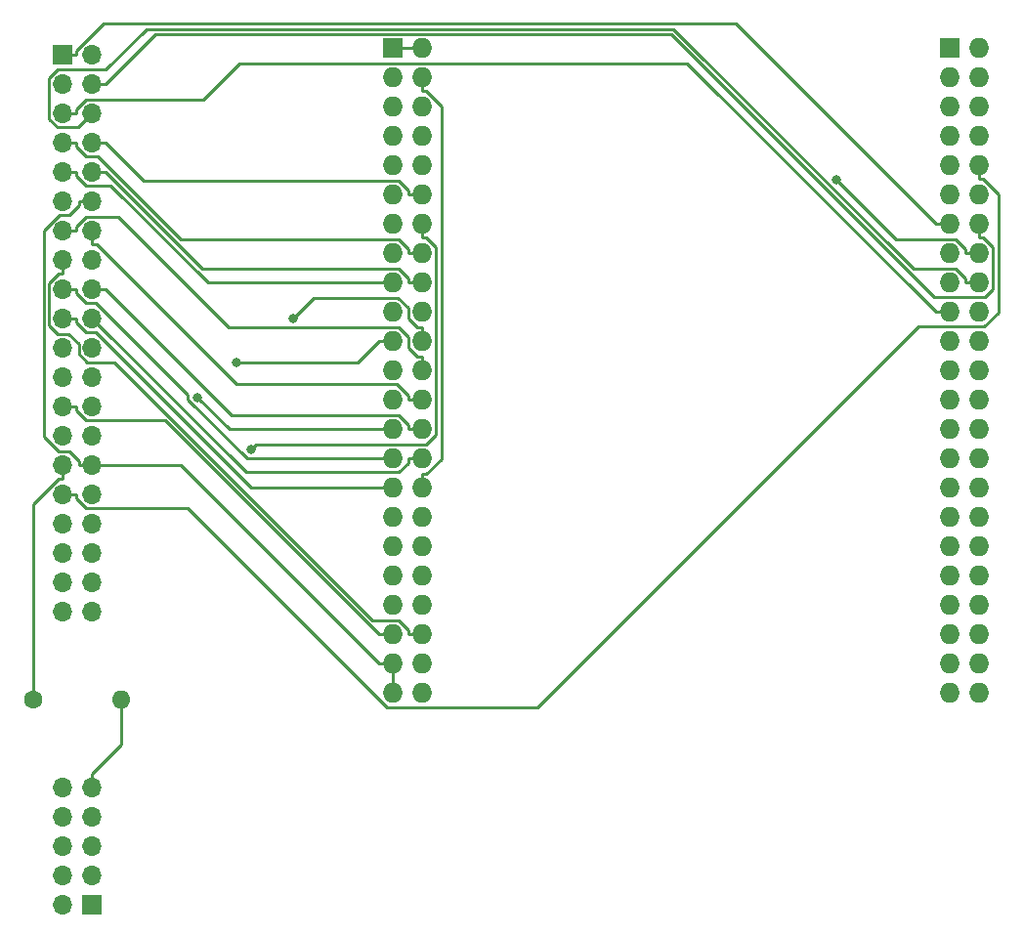
<source format=gbl>
G04 #@! TF.GenerationSoftware,KiCad,Pcbnew,5.0.2-bee76a0~70~ubuntu18.04.1*
G04 #@! TF.CreationDate,2019-04-18T20:00:00+02:00*
G04 #@! TF.ProjectId,Cramps2_nano-soc,4372616d-7073-4325-9f6e-616e6f2d736f,rev?*
G04 #@! TF.SameCoordinates,Original*
G04 #@! TF.FileFunction,Copper,L2,Bot*
G04 #@! TF.FilePolarity,Positive*
%FSLAX46Y46*%
G04 Gerber Fmt 4.6, Leading zero omitted, Abs format (unit mm)*
G04 Created by KiCad (PCBNEW 5.0.2-bee76a0~70~ubuntu18.04.1) date 2019-04-18T20:00:00 CEST*
%MOMM*%
%LPD*%
G01*
G04 APERTURE LIST*
G04 #@! TA.AperFunction,ComponentPad*
%ADD10O,1.727200X1.727200*%
G04 #@! TD*
G04 #@! TA.AperFunction,ComponentPad*
%ADD11R,1.727200X1.727200*%
G04 #@! TD*
G04 #@! TA.AperFunction,ComponentPad*
%ADD12R,1.700000X1.700000*%
G04 #@! TD*
G04 #@! TA.AperFunction,ComponentPad*
%ADD13O,1.700000X1.700000*%
G04 #@! TD*
G04 #@! TA.AperFunction,ComponentPad*
%ADD14C,1.600000*%
G04 #@! TD*
G04 #@! TA.AperFunction,ComponentPad*
%ADD15O,1.600000X1.600000*%
G04 #@! TD*
G04 #@! TA.AperFunction,ViaPad*
%ADD16C,0.800000*%
G04 #@! TD*
G04 #@! TA.AperFunction,Conductor*
%ADD17C,0.250000*%
G04 #@! TD*
G04 APERTURE END LIST*
D10*
G04 #@! TO.P,P9,46*
G04 #@! TO.N,DGND*
X122540000Y-123880000D03*
G04 #@! TO.P,P9,45*
X120000000Y-123880000D03*
G04 #@! TO.P,P9,44*
X122540000Y-121340000D03*
G04 #@! TO.P,P9,43*
X120000000Y-121340000D03*
G04 #@! TO.P,P9,42*
G04 #@! TO.N,STEP_U*
X122540000Y-118800000D03*
G04 #@! TO.P,P9,41*
G04 #@! TO.N,FET5*
X120000000Y-118800000D03*
G04 #@! TO.P,P9,40*
G04 #@! TO.N,AIN1*
X122540000Y-116260000D03*
G04 #@! TO.P,P9,39*
G04 #@! TO.N,AIN0*
X120000000Y-116260000D03*
G04 #@! TO.P,P9,38*
G04 #@! TO.N,AIN3*
X122540000Y-113720000D03*
G04 #@! TO.P,P9,37*
G04 #@! TO.N,AIN2*
X120000000Y-113720000D03*
G04 #@! TO.P,P9,36*
G04 #@! TO.N,THERM1*
X122540000Y-111180000D03*
G04 #@! TO.P,P9,35*
G04 #@! TO.N,THERM2*
X120000000Y-111180000D03*
G04 #@! TO.P,P9,34*
G04 #@! TO.N,ADC_GND*
X122540000Y-108640000D03*
G04 #@! TO.P,P9,33*
G04 #@! TO.N,THERM0*
X120000000Y-108640000D03*
G04 #@! TO.P,P9,32*
G04 #@! TO.N,ADC_VDD*
X122540000Y-106100000D03*
G04 #@! TO.P,P9,31*
G04 #@! TO.N,STEP_W*
X120000000Y-106100000D03*
G04 #@! TO.P,P9,30*
G04 #@! TO.N,DIR_W*
X122540000Y-103560000D03*
G04 #@! TO.P,P9,29*
G04 #@! TO.N,STEP_V*
X120000000Y-103560000D03*
G04 #@! TO.P,P9,28*
G04 #@! TO.N,DIR_V*
X122540000Y-101020000D03*
G04 #@! TO.P,P9,27*
G04 #@! TO.N,FET3*
X120000000Y-101020000D03*
G04 #@! TO.P,P9,26*
G04 #@! TO.N,E2_DIR*
X122540000Y-98480000D03*
G04 #@! TO.P,P9,25*
G04 #@! TO.N,LED*
X120000000Y-98480000D03*
G04 #@! TO.P,P9,24*
G04 #@! TO.N,E2_STEP*
X122540000Y-95940000D03*
G04 #@! TO.P,P9,23*
G04 #@! TO.N,MACHINE_PWR*
X120000000Y-95940000D03*
G04 #@! TO.P,P9,22*
G04 #@! TO.N,FET6*
X122540000Y-93400000D03*
G04 #@! TO.P,P9,21*
G04 #@! TO.N,FET4*
X120000000Y-93400000D03*
G04 #@! TO.P,P9,20*
G04 #@! TO.N,SDA*
X122540000Y-90860000D03*
G04 #@! TO.P,P9,19*
G04 #@! TO.N,Net-(P9-Pad19)*
X120000000Y-90860000D03*
G04 #@! TO.P,P9,18*
G04 #@! TO.N,E1_DIR*
X122540000Y-88320000D03*
G04 #@! TO.P,P9,17*
G04 #@! TO.N,E1_STEP*
X120000000Y-88320000D03*
G04 #@! TO.P,P9,16*
G04 #@! TO.N,E0_STEP*
X122540000Y-85780000D03*
G04 #@! TO.P,P9,15*
G04 #@! TO.N,FET2*
X120000000Y-85780000D03*
G04 #@! TO.P,P9,14*
G04 #@! TO.N,AXIS_ENAn*
X122540000Y-83240000D03*
G04 #@! TO.P,P9,13*
G04 #@! TO.N,Z-MIN*
X120000000Y-83240000D03*
G04 #@! TO.P,P9,12*
G04 #@! TO.N,E0_DIR*
X122540000Y-80700000D03*
G04 #@! TO.P,P9,11*
G04 #@! TO.N,Z-MAX*
X120000000Y-80700000D03*
G04 #@! TO.P,P9,10*
G04 #@! TO.N,Net-(P9-Pad10)*
X122540000Y-78160000D03*
G04 #@! TO.P,P9,9*
G04 #@! TO.N,Net-(P9-Pad9)*
X120000000Y-78160000D03*
G04 #@! TO.P,P9,8*
G04 #@! TO.N,SYS_5V*
X122540000Y-75620000D03*
G04 #@! TO.P,P9,7*
X120000000Y-75620000D03*
G04 #@! TO.P,P9,6*
X122540000Y-73080000D03*
G04 #@! TO.P,P9,5*
X120000000Y-73080000D03*
G04 #@! TO.P,P9,4*
G04 #@! TO.N,ADC_VDD*
X122540000Y-70540000D03*
G04 #@! TO.P,P9,3*
X120000000Y-70540000D03*
G04 #@! TO.P,P9,2*
G04 #@! TO.N,DGND*
X122540000Y-68000000D03*
D11*
G04 #@! TO.P,P9,1*
X120000000Y-68000000D03*
G04 #@! TD*
D10*
G04 #@! TO.P,P8,46*
G04 #@! TO.N,Net-(P8-Pad46)*
X170800000Y-123880000D03*
G04 #@! TO.P,P8,45*
G04 #@! TO.N,Net-(P8-Pad45)*
X168260000Y-123880000D03*
G04 #@! TO.P,P8,44*
G04 #@! TO.N,Net-(P8-Pad44)*
X170800000Y-121340000D03*
G04 #@! TO.P,P8,43*
G04 #@! TO.N,Net-(P8-Pad43)*
X168260000Y-121340000D03*
G04 #@! TO.P,P8,42*
G04 #@! TO.N,Net-(P8-Pad42)*
X170800000Y-118800000D03*
G04 #@! TO.P,P8,41*
G04 #@! TO.N,Net-(P8-Pad41)*
X168260000Y-118800000D03*
G04 #@! TO.P,P8,40*
G04 #@! TO.N,Net-(P8-Pad40)*
X170800000Y-116260000D03*
G04 #@! TO.P,P8,39*
G04 #@! TO.N,Net-(P8-Pad39)*
X168260000Y-116260000D03*
G04 #@! TO.P,P8,38*
G04 #@! TO.N,Net-(P8-Pad38)*
X170800000Y-113720000D03*
G04 #@! TO.P,P8,37*
G04 #@! TO.N,Net-(P8-Pad37)*
X168260000Y-113720000D03*
G04 #@! TO.P,P8,36*
G04 #@! TO.N,Net-(P8-Pad36)*
X170800000Y-111180000D03*
G04 #@! TO.P,P8,35*
G04 #@! TO.N,Net-(P8-Pad35)*
X168260000Y-111180000D03*
G04 #@! TO.P,P8,34*
G04 #@! TO.N,Net-(P8-Pad34)*
X170800000Y-108640000D03*
G04 #@! TO.P,P8,33*
G04 #@! TO.N,Net-(P8-Pad33)*
X168260000Y-108640000D03*
G04 #@! TO.P,P8,32*
G04 #@! TO.N,Net-(P8-Pad32)*
X170800000Y-106100000D03*
G04 #@! TO.P,P8,31*
G04 #@! TO.N,Net-(P8-Pad31)*
X168260000Y-106100000D03*
G04 #@! TO.P,P8,30*
G04 #@! TO.N,Net-(P8-Pad30)*
X170800000Y-103560000D03*
G04 #@! TO.P,P8,29*
G04 #@! TO.N,Net-(P8-Pad29)*
X168260000Y-103560000D03*
G04 #@! TO.P,P8,28*
G04 #@! TO.N,Net-(P8-Pad28)*
X170800000Y-101020000D03*
G04 #@! TO.P,P8,27*
G04 #@! TO.N,Net-(P8-Pad27)*
X168260000Y-101020000D03*
G04 #@! TO.P,P8,26*
G04 #@! TO.N,ESTOP_SW*
X170800000Y-98480000D03*
G04 #@! TO.P,P8,25*
G04 #@! TO.N,Net-(P8-Pad25)*
X168260000Y-98480000D03*
G04 #@! TO.P,P8,24*
G04 #@! TO.N,Net-(P8-Pad24)*
X170800000Y-95940000D03*
G04 #@! TO.P,P8,23*
G04 #@! TO.N,Net-(P8-Pad23)*
X168260000Y-95940000D03*
G04 #@! TO.P,P8,22*
G04 #@! TO.N,Net-(P8-Pad22)*
X170800000Y-93400000D03*
G04 #@! TO.P,P8,21*
G04 #@! TO.N,Net-(P8-Pad21)*
X168260000Y-93400000D03*
G04 #@! TO.P,P8,20*
G04 #@! TO.N,Net-(P8-Pad20)*
X170800000Y-90860000D03*
G04 #@! TO.P,P8,19*
G04 #@! TO.N,Z_STEP*
X168260000Y-90860000D03*
G04 #@! TO.P,P8,18*
G04 #@! TO.N,Z_DIR*
X170800000Y-88320000D03*
G04 #@! TO.P,P8,17*
G04 #@! TO.N,ESTOP*
X168260000Y-88320000D03*
G04 #@! TO.P,P8,16*
G04 #@! TO.N,DIR_U*
X170800000Y-85780000D03*
G04 #@! TO.P,P8,15*
G04 #@! TO.N,Y_STEP*
X168260000Y-85780000D03*
G04 #@! TO.P,P8,14*
G04 #@! TO.N,Y_DIR*
X170800000Y-83240000D03*
G04 #@! TO.P,P8,13*
G04 #@! TO.N,X_STEP*
X168260000Y-83240000D03*
G04 #@! TO.P,P8,12*
G04 #@! TO.N,X_DIR*
X170800000Y-80700000D03*
G04 #@! TO.P,P8,11*
G04 #@! TO.N,FET1*
X168260000Y-80700000D03*
G04 #@! TO.P,P8,10*
G04 #@! TO.N,Y-MIN*
X170800000Y-78160000D03*
G04 #@! TO.P,P8,9*
G04 #@! TO.N,Y-MAX*
X168260000Y-78160000D03*
G04 #@! TO.P,P8,8*
G04 #@! TO.N,X-MIN*
X170800000Y-75620000D03*
G04 #@! TO.P,P8,7*
G04 #@! TO.N,X-MAX*
X168260000Y-75620000D03*
G04 #@! TO.P,P8,6*
G04 #@! TO.N,Net-(P8-Pad6)*
X170800000Y-73080000D03*
G04 #@! TO.P,P8,5*
G04 #@! TO.N,Net-(P8-Pad5)*
X168260000Y-73080000D03*
G04 #@! TO.P,P8,4*
G04 #@! TO.N,Net-(P8-Pad4)*
X170800000Y-70540000D03*
G04 #@! TO.P,P8,3*
G04 #@! TO.N,Net-(P8-Pad3)*
X168260000Y-70540000D03*
G04 #@! TO.P,P8,2*
G04 #@! TO.N,DGND*
X170800000Y-68000000D03*
D11*
G04 #@! TO.P,P8,1*
X168260000Y-68000000D03*
G04 #@! TD*
D12*
G04 #@! TO.P,ADC1,1*
G04 #@! TO.N,Net-(ADC1-Pad1)*
X93980000Y-142240000D03*
D13*
G04 #@! TO.P,ADC1,2*
G04 #@! TO.N,THERM0*
X91440000Y-142240000D03*
G04 #@! TO.P,ADC1,3*
G04 #@! TO.N,THERM1*
X93980000Y-139700000D03*
G04 #@! TO.P,ADC1,4*
G04 #@! TO.N,THERM2*
X91440000Y-139700000D03*
G04 #@! TO.P,ADC1,5*
G04 #@! TO.N,AIN3*
X93980000Y-137160000D03*
G04 #@! TO.P,ADC1,6*
G04 #@! TO.N,AIN0*
X91440000Y-137160000D03*
G04 #@! TO.P,ADC1,7*
G04 #@! TO.N,AIN1*
X93980000Y-134620000D03*
G04 #@! TO.P,ADC1,8*
G04 #@! TO.N,AIN2*
X91440000Y-134620000D03*
G04 #@! TO.P,ADC1,9*
G04 #@! TO.N,Net-(ADC1-Pad9)*
X93980000Y-132080000D03*
G04 #@! TO.P,ADC1,10*
G04 #@! TO.N,ADC_GND*
X91440000Y-132080000D03*
G04 #@! TD*
D12*
G04 #@! TO.P,GPIO_0,1*
G04 #@! TO.N,X_STEP*
X91440000Y-68580000D03*
D13*
G04 #@! TO.P,GPIO_0,2*
G04 #@! TO.N,X_DIR*
X93980000Y-68580000D03*
G04 #@! TO.P,GPIO_0,3*
G04 #@! TO.N,Y_STEP*
X91440000Y-71120000D03*
G04 #@! TO.P,GPIO_0,4*
G04 #@! TO.N,Y_DIR*
X93980000Y-71120000D03*
G04 #@! TO.P,GPIO_0,5*
G04 #@! TO.N,Z_STEP*
X91440000Y-73660000D03*
G04 #@! TO.P,GPIO_0,6*
G04 #@! TO.N,Z_DIR*
X93980000Y-73660000D03*
G04 #@! TO.P,GPIO_0,7*
G04 #@! TO.N,E0_STEP*
X91440000Y-76200000D03*
G04 #@! TO.P,GPIO_0,8*
G04 #@! TO.N,E0_DIR*
X93980000Y-76200000D03*
G04 #@! TO.P,GPIO_0,9*
G04 #@! TO.N,E1_STEP*
X91440000Y-78740000D03*
G04 #@! TO.P,GPIO_0,10*
G04 #@! TO.N,E1_DIR*
X93980000Y-78740000D03*
G04 #@! TO.P,GPIO_0,11*
G04 #@! TO.N,SYS_5V*
X91440000Y-81280000D03*
G04 #@! TO.P,GPIO_0,12*
G04 #@! TO.N,DGND*
X93980000Y-81280000D03*
G04 #@! TO.P,GPIO_0,13*
G04 #@! TO.N,E2_STEP*
X91440000Y-83820000D03*
G04 #@! TO.P,GPIO_0,14*
G04 #@! TO.N,E2_DIR*
X93980000Y-83820000D03*
G04 #@! TO.P,GPIO_0,15*
G04 #@! TO.N,STEP_U*
X91440000Y-86360000D03*
G04 #@! TO.P,GPIO_0,16*
G04 #@! TO.N,DIR_U*
X93980000Y-86360000D03*
G04 #@! TO.P,GPIO_0,17*
G04 #@! TO.N,STEP_V*
X91440000Y-88900000D03*
G04 #@! TO.P,GPIO_0,18*
G04 #@! TO.N,DIR_V*
X93980000Y-88900000D03*
G04 #@! TO.P,GPIO_0,19*
G04 #@! TO.N,STEP_W*
X91440000Y-91440000D03*
G04 #@! TO.P,GPIO_0,20*
G04 #@! TO.N,DIR_W*
X93980000Y-91440000D03*
G04 #@! TO.P,GPIO_0,21*
G04 #@! TO.N,FET1*
X91440000Y-93980000D03*
G04 #@! TO.P,GPIO_0,22*
G04 #@! TO.N,FET2*
X93980000Y-93980000D03*
G04 #@! TO.P,GPIO_0,23*
G04 #@! TO.N,FET3*
X91440000Y-96520000D03*
G04 #@! TO.P,GPIO_0,24*
G04 #@! TO.N,FET4*
X93980000Y-96520000D03*
G04 #@! TO.P,GPIO_0,25*
G04 #@! TO.N,FET5*
X91440000Y-99060000D03*
G04 #@! TO.P,GPIO_0,26*
G04 #@! TO.N,FET6*
X93980000Y-99060000D03*
G04 #@! TO.P,GPIO_0,27*
G04 #@! TO.N,X-MIN*
X91440000Y-101600000D03*
G04 #@! TO.P,GPIO_0,28*
G04 #@! TO.N,X-MAX*
X93980000Y-101600000D03*
G04 #@! TO.P,GPIO_0,29*
G04 #@! TO.N,ADC_VDD*
X91440000Y-104140000D03*
G04 #@! TO.P,GPIO_0,30*
G04 #@! TO.N,DGND*
X93980000Y-104140000D03*
G04 #@! TO.P,GPIO_0,31*
G04 #@! TO.N,Y-MIN*
X91440000Y-106680000D03*
G04 #@! TO.P,GPIO_0,32*
G04 #@! TO.N,Y-MAX*
X93980000Y-106680000D03*
G04 #@! TO.P,GPIO_0,33*
G04 #@! TO.N,Z-MIN*
X91440000Y-109220000D03*
G04 #@! TO.P,GPIO_0,34*
G04 #@! TO.N,Z-MAX*
X93980000Y-109220000D03*
G04 #@! TO.P,GPIO_0,35*
G04 #@! TO.N,SDA*
X91440000Y-111760000D03*
G04 #@! TO.P,GPIO_0,36*
G04 #@! TO.N,LED*
X93980000Y-111760000D03*
G04 #@! TO.P,GPIO_0,37*
G04 #@! TO.N,AXIS_ENAn*
X91440000Y-114300000D03*
G04 #@! TO.P,GPIO_0,38*
G04 #@! TO.N,MACHINE_PWR*
X93980000Y-114300000D03*
G04 #@! TO.P,GPIO_0,39*
G04 #@! TO.N,ESTOP*
X91440000Y-116840000D03*
G04 #@! TO.P,GPIO_0,40*
G04 #@! TO.N,ESTOP_SW*
X93980000Y-116840000D03*
G04 #@! TD*
D14*
G04 #@! TO.P,R1,1*
G04 #@! TO.N,ADC_VDD*
X88900000Y-124460000D03*
D15*
G04 #@! TO.P,R1,2*
G04 #@! TO.N,Net-(ADC1-Pad9)*
X96520000Y-124460000D03*
G04 #@! TD*
D16*
G04 #@! TO.N,DIR_U*
X158476300Y-79400300D03*
G04 #@! TO.N,FET3*
X103130800Y-98291000D03*
G04 #@! TO.N,FET4*
X106455600Y-95267700D03*
G04 #@! TO.N,FET6*
X111351200Y-91461800D03*
G04 #@! TO.N,AXIS_ENAn*
X107751700Y-102805300D03*
G04 #@! TD*
D17*
G04 #@! TO.N,Net-(ADC1-Pad9)*
X93980000Y-132080000D02*
X93980000Y-130904700D01*
X96520000Y-124460000D02*
X96520000Y-128364700D01*
X96520000Y-128364700D02*
X93980000Y-130904700D01*
G04 #@! TO.N,X_STEP*
X168260000Y-83240000D02*
X167071100Y-83240000D01*
X91440000Y-68580000D02*
X92615300Y-68580000D01*
X92615300Y-68580000D02*
X92615300Y-68212700D01*
X92615300Y-68212700D02*
X94938800Y-65889200D01*
X94938800Y-65889200D02*
X149720300Y-65889200D01*
X149720300Y-65889200D02*
X167071100Y-83240000D01*
G04 #@! TO.N,Y_DIR*
X95155300Y-71120000D02*
X99485100Y-66790200D01*
X99485100Y-66790200D02*
X144165900Y-66790200D01*
X144165900Y-66790200D02*
X166901000Y-89525300D01*
X166901000Y-89525300D02*
X171351200Y-89525300D01*
X171351200Y-89525300D02*
X171999700Y-88876800D01*
X171999700Y-88876800D02*
X171999700Y-85259100D01*
X171999700Y-85259100D02*
X171169500Y-84428900D01*
X171169500Y-84428900D02*
X170800000Y-84428900D01*
X93980000Y-71120000D02*
X95155300Y-71120000D01*
X170800000Y-83240000D02*
X170800000Y-84428900D01*
G04 #@! TO.N,Z_STEP*
X168260000Y-90860000D02*
X167071100Y-90860000D01*
X91440000Y-73660000D02*
X92615300Y-73660000D01*
X92615300Y-73660000D02*
X92615300Y-73292600D01*
X92615300Y-73292600D02*
X93423200Y-72484700D01*
X93423200Y-72484700D02*
X103571200Y-72484700D01*
X103571200Y-72484700D02*
X106735700Y-69320200D01*
X106735700Y-69320200D02*
X145531300Y-69320200D01*
X145531300Y-69320200D02*
X167071100Y-90860000D01*
G04 #@! TO.N,Z_DIR*
X170800000Y-88320000D02*
X169611100Y-88320000D01*
X93980000Y-73660000D02*
X92789400Y-74850600D01*
X92789400Y-74850600D02*
X90957700Y-74850600D01*
X90957700Y-74850600D02*
X90241700Y-74134600D01*
X90241700Y-74134600D02*
X90241700Y-70580300D01*
X90241700Y-70580300D02*
X90972000Y-69850000D01*
X90972000Y-69850000D02*
X95155400Y-69850000D01*
X95155400Y-69850000D02*
X98665600Y-66339800D01*
X98665600Y-66339800D02*
X144352400Y-66339800D01*
X144352400Y-66339800D02*
X165143700Y-87131100D01*
X165143700Y-87131100D02*
X168793800Y-87131100D01*
X168793800Y-87131100D02*
X169611100Y-87948400D01*
X169611100Y-87948400D02*
X169611100Y-88320000D01*
G04 #@! TO.N,E0_STEP*
X121351100Y-85780000D02*
X121351100Y-85408400D01*
X121351100Y-85408400D02*
X120533800Y-84591100D01*
X120533800Y-84591100D02*
X101643300Y-84591100D01*
X101643300Y-84591100D02*
X94427500Y-77375300D01*
X94427500Y-77375300D02*
X93423200Y-77375300D01*
X93423200Y-77375300D02*
X92615300Y-76567400D01*
X92615300Y-76567400D02*
X92615300Y-76200000D01*
X122540000Y-85780000D02*
X121351100Y-85780000D01*
X91440000Y-76200000D02*
X92615300Y-76200000D01*
G04 #@! TO.N,E0_DIR*
X122540000Y-80700000D02*
X121351100Y-80700000D01*
X93980000Y-76200000D02*
X95155300Y-76200000D01*
X95155300Y-76200000D02*
X98466400Y-79511100D01*
X98466400Y-79511100D02*
X120533800Y-79511100D01*
X120533800Y-79511100D02*
X121351100Y-80328400D01*
X121351100Y-80328400D02*
X121351100Y-80700000D01*
G04 #@! TO.N,E1_STEP*
X118811100Y-88320000D02*
X103992700Y-88320000D01*
X103992700Y-88320000D02*
X95588000Y-79915300D01*
X95588000Y-79915300D02*
X93423200Y-79915300D01*
X93423200Y-79915300D02*
X92615300Y-79107400D01*
X92615300Y-79107400D02*
X92615300Y-78740000D01*
X120000000Y-88320000D02*
X118811100Y-88320000D01*
X91440000Y-78740000D02*
X92615300Y-78740000D01*
G04 #@! TO.N,E1_DIR*
X121351100Y-88320000D02*
X121351100Y-87948400D01*
X121351100Y-87948400D02*
X120533800Y-87131100D01*
X120533800Y-87131100D02*
X103546400Y-87131100D01*
X103546400Y-87131100D02*
X95155300Y-78740000D01*
X93980000Y-78740000D02*
X95155300Y-78740000D01*
X122540000Y-88320000D02*
X121351100Y-88320000D01*
G04 #@! TO.N,DGND*
X93980000Y-104140000D02*
X92804700Y-104140000D01*
X92804700Y-104140000D02*
X92804700Y-103772600D01*
X92804700Y-103772600D02*
X91996800Y-102964700D01*
X91996800Y-102964700D02*
X91087000Y-102964700D01*
X91087000Y-102964700D02*
X89801300Y-101679000D01*
X89801300Y-101679000D02*
X89801300Y-83767500D01*
X89801300Y-83767500D02*
X91113500Y-82455300D01*
X91113500Y-82455300D02*
X91996800Y-82455300D01*
X91996800Y-82455300D02*
X92804700Y-81647400D01*
X92804700Y-81647400D02*
X92804700Y-81280000D01*
X118811100Y-121340000D02*
X101611100Y-104140000D01*
X101611100Y-104140000D02*
X93980000Y-104140000D01*
X93980000Y-81280000D02*
X92804700Y-81280000D01*
X120000000Y-121340000D02*
X118811100Y-121340000D01*
X120000000Y-121340000D02*
X120000000Y-123880000D01*
X120000000Y-68000000D02*
X122540000Y-68000000D01*
G04 #@! TO.N,E2_STEP*
X122540000Y-95940000D02*
X122540000Y-94751100D01*
X91440000Y-83820000D02*
X92615300Y-83820000D01*
X92615300Y-83820000D02*
X92615300Y-83452700D01*
X92615300Y-83452700D02*
X93428100Y-82639900D01*
X93428100Y-82639900D02*
X96214900Y-82639900D01*
X96214900Y-82639900D02*
X105785900Y-92210900D01*
X105785900Y-92210900D02*
X120497700Y-92210900D01*
X120497700Y-92210900D02*
X121351100Y-93064300D01*
X121351100Y-93064300D02*
X121351100Y-93933800D01*
X121351100Y-93933800D02*
X122168400Y-94751100D01*
X122168400Y-94751100D02*
X122540000Y-94751100D01*
G04 #@! TO.N,E2_DIR*
X121351100Y-98480000D02*
X121351100Y-98132400D01*
X121351100Y-98132400D02*
X120347700Y-97129000D01*
X120347700Y-97129000D02*
X106481100Y-97129000D01*
X106481100Y-97129000D02*
X94347400Y-84995300D01*
X94347400Y-84995300D02*
X93980000Y-84995300D01*
X122540000Y-98480000D02*
X121351100Y-98480000D01*
X93980000Y-83820000D02*
X93980000Y-84995300D01*
G04 #@! TO.N,STEP_U*
X122540000Y-118800000D02*
X121351100Y-118800000D01*
X91440000Y-86360000D02*
X91440000Y-87535300D01*
X91440000Y-87535300D02*
X91072700Y-87535300D01*
X91072700Y-87535300D02*
X90251700Y-88356300D01*
X90251700Y-88356300D02*
X90251700Y-91999700D01*
X90251700Y-91999700D02*
X90995400Y-92743400D01*
X90995400Y-92743400D02*
X91887600Y-92743400D01*
X91887600Y-92743400D02*
X92804600Y-93660400D01*
X92804600Y-93660400D02*
X92804600Y-94505600D01*
X92804600Y-94505600D02*
X93549000Y-95250000D01*
X93549000Y-95250000D02*
X95898000Y-95250000D01*
X95898000Y-95250000D02*
X118259100Y-117611100D01*
X118259100Y-117611100D02*
X120533800Y-117611100D01*
X120533800Y-117611100D02*
X121351100Y-118428400D01*
X121351100Y-118428400D02*
X121351100Y-118800000D01*
G04 #@! TO.N,DIR_U*
X169611100Y-85780000D02*
X169611100Y-85408400D01*
X169611100Y-85408400D02*
X168793800Y-84591100D01*
X168793800Y-84591100D02*
X163667100Y-84591100D01*
X163667100Y-84591100D02*
X158476300Y-79400300D01*
X170800000Y-85780000D02*
X169611100Y-85780000D01*
G04 #@! TO.N,STEP_V*
X120000000Y-103560000D02*
X107373900Y-103560000D01*
X107373900Y-103560000D02*
X102271300Y-98457400D01*
X102271300Y-98457400D02*
X102271300Y-98046100D01*
X102271300Y-98046100D02*
X94300500Y-90075300D01*
X94300500Y-90075300D02*
X93423200Y-90075300D01*
X93423200Y-90075300D02*
X92615300Y-89267400D01*
X92615300Y-89267400D02*
X92615300Y-88900000D01*
X91440000Y-88900000D02*
X92615300Y-88900000D01*
G04 #@! TO.N,DIR_V*
X121351100Y-101020000D02*
X121351100Y-100648400D01*
X121351100Y-100648400D02*
X120533800Y-99831100D01*
X120533800Y-99831100D02*
X106086400Y-99831100D01*
X106086400Y-99831100D02*
X95155300Y-88900000D01*
X122540000Y-101020000D02*
X121351100Y-101020000D01*
X93980000Y-88900000D02*
X95155300Y-88900000D01*
G04 #@! TO.N,STEP_W*
X91440000Y-91440000D02*
X92615300Y-91440000D01*
X92615300Y-91440000D02*
X92615300Y-91807400D01*
X92615300Y-91807400D02*
X93423200Y-92615300D01*
X93423200Y-92615300D02*
X94277600Y-92615300D01*
X94277600Y-92615300D02*
X107762300Y-106100000D01*
X107762300Y-106100000D02*
X120000000Y-106100000D01*
G04 #@! TO.N,DIR_W*
X121351100Y-103560000D02*
X121351100Y-103931600D01*
X121351100Y-103931600D02*
X120533800Y-104748900D01*
X120533800Y-104748900D02*
X107288900Y-104748900D01*
X107288900Y-104748900D02*
X93980000Y-91440000D01*
X122540000Y-103560000D02*
X121351100Y-103560000D01*
G04 #@! TO.N,FET3*
X120000000Y-101020000D02*
X105859800Y-101020000D01*
X105859800Y-101020000D02*
X103130800Y-98291000D01*
G04 #@! TO.N,FET4*
X118811100Y-93400000D02*
X116943400Y-95267700D01*
X116943400Y-95267700D02*
X106455600Y-95267700D01*
X120000000Y-93400000D02*
X118811100Y-93400000D01*
G04 #@! TO.N,FET5*
X92615300Y-99060000D02*
X92615300Y-99427400D01*
X92615300Y-99427400D02*
X93445200Y-100257300D01*
X93445200Y-100257300D02*
X100268400Y-100257300D01*
X100268400Y-100257300D02*
X118811100Y-118800000D01*
X91440000Y-99060000D02*
X92615300Y-99060000D01*
X120000000Y-118800000D02*
X118811100Y-118800000D01*
G04 #@! TO.N,FET6*
X122540000Y-92211100D02*
X122168400Y-92211100D01*
X122168400Y-92211100D02*
X121351100Y-91393800D01*
X121351100Y-91393800D02*
X121351100Y-90521900D01*
X121351100Y-90521900D02*
X120477400Y-89648200D01*
X120477400Y-89648200D02*
X113164800Y-89648200D01*
X113164800Y-89648200D02*
X111351200Y-91461800D01*
X122540000Y-93400000D02*
X122540000Y-92211100D01*
G04 #@! TO.N,ADC_VDD*
X122540000Y-70540000D02*
X122540000Y-71728900D01*
X122540000Y-106100000D02*
X122540000Y-104911100D01*
X122540000Y-104911100D02*
X122911500Y-104911100D01*
X122911500Y-104911100D02*
X124214600Y-103608000D01*
X124214600Y-103608000D02*
X124214600Y-73032000D01*
X124214600Y-73032000D02*
X122911500Y-71728900D01*
X122911500Y-71728900D02*
X122540000Y-71728900D01*
X91440000Y-104140000D02*
X91440000Y-105315300D01*
X88900000Y-124460000D02*
X88900000Y-107488000D01*
X88900000Y-107488000D02*
X91072700Y-105315300D01*
X91072700Y-105315300D02*
X91440000Y-105315300D01*
G04 #@! TO.N,Y-MIN*
X92615300Y-106680000D02*
X92615300Y-107047300D01*
X92615300Y-107047300D02*
X93428000Y-107860000D01*
X93428000Y-107860000D02*
X102252300Y-107860000D01*
X102252300Y-107860000D02*
X119510000Y-125117700D01*
X119510000Y-125117700D02*
X132580300Y-125117700D01*
X132580300Y-125117700D02*
X165568000Y-92130000D01*
X165568000Y-92130000D02*
X171272400Y-92130000D01*
X171272400Y-92130000D02*
X172497800Y-90904600D01*
X172497800Y-90904600D02*
X172497800Y-80675200D01*
X172497800Y-80675200D02*
X171171500Y-79348900D01*
X171171500Y-79348900D02*
X170800000Y-79348900D01*
X170800000Y-78160000D02*
X170800000Y-79348900D01*
X91440000Y-106680000D02*
X92615300Y-106680000D01*
G04 #@! TO.N,AXIS_ENAn*
X122540000Y-84428900D02*
X122911600Y-84428900D01*
X122911600Y-84428900D02*
X123728900Y-85246200D01*
X123728900Y-85246200D02*
X123728900Y-101513500D01*
X123728900Y-101513500D02*
X122887800Y-102354600D01*
X122887800Y-102354600D02*
X108202400Y-102354600D01*
X108202400Y-102354600D02*
X107751700Y-102805300D01*
X122540000Y-83240000D02*
X122540000Y-84428900D01*
G04 #@! TD*
M02*

</source>
